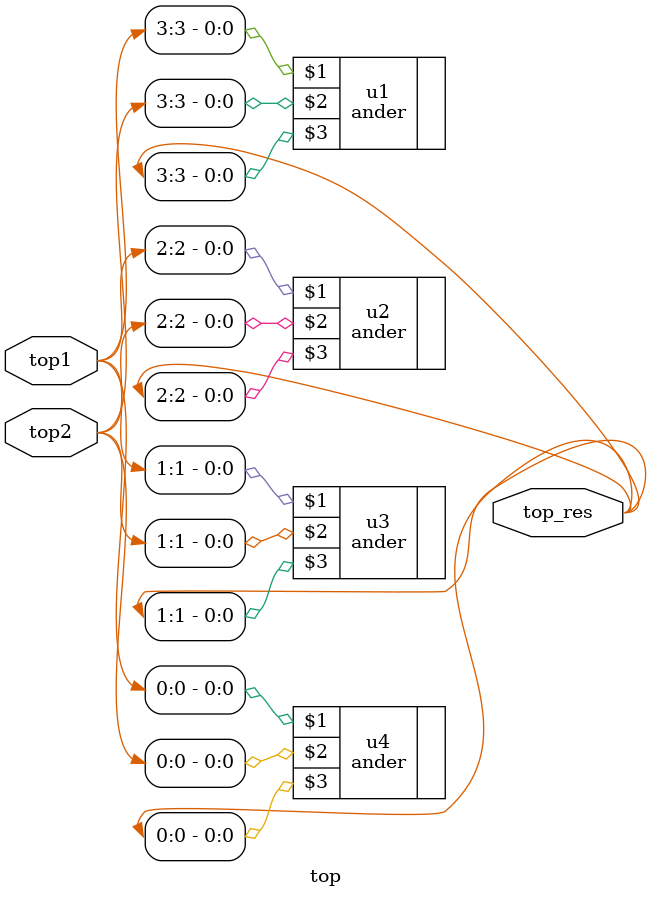
<source format=v>
`timescale 1ns / 1ps


module top(top1, top2, top_res);
    input [3:0] top1, top2;
    output [3:0] top_res;
    
    ander u1 (top1[3], top2[3], top_res[3]);
    ander u2 (top1[2], top2[2], top_res[2]);
    ander u3 (top1[1], top2[1], top_res[1]);
    ander u4 (top1[0], top2[0], top_res[0]);
endmodule

</source>
